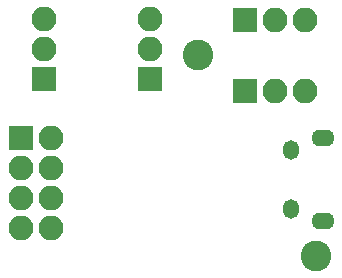
<source format=gbr>
G04 #@! TF.FileFunction,Soldermask,Bot*
%FSLAX46Y46*%
G04 Gerber Fmt 4.6, Leading zero omitted, Abs format (unit mm)*
G04 Created by KiCad (PCBNEW 4.0.2-stable) date 11.2.2018 14.28.50*
%MOMM*%
G01*
G04 APERTURE LIST*
%ADD10C,0.100000*%
%ADD11O,1.350000X1.650000*%
%ADD12O,1.950000X1.400000*%
%ADD13R,2.100000X2.100000*%
%ADD14O,2.100000X2.100000*%
%ADD15C,2.600000*%
G04 APERTURE END LIST*
D10*
D11*
X204900000Y-130000000D03*
X204900000Y-125000000D03*
D12*
X207600000Y-131000000D03*
X207600000Y-124000000D03*
D13*
X182000000Y-124000000D03*
D14*
X184540000Y-124000000D03*
X182000000Y-126540000D03*
X184540000Y-126540000D03*
X182000000Y-129080000D03*
X184540000Y-129080000D03*
X182000000Y-131620000D03*
X184540000Y-131620000D03*
D13*
X193000000Y-119000000D03*
D14*
X193000000Y-116460000D03*
X193000000Y-113920000D03*
D13*
X201000000Y-120000000D03*
D14*
X203540000Y-120000000D03*
X206080000Y-120000000D03*
D13*
X201000000Y-114000000D03*
D14*
X203540000Y-114000000D03*
X206080000Y-114000000D03*
D13*
X184000000Y-119000000D03*
D14*
X184000000Y-116460000D03*
X184000000Y-113920000D03*
D15*
X197000000Y-117000000D03*
X207000000Y-134000000D03*
M02*

</source>
